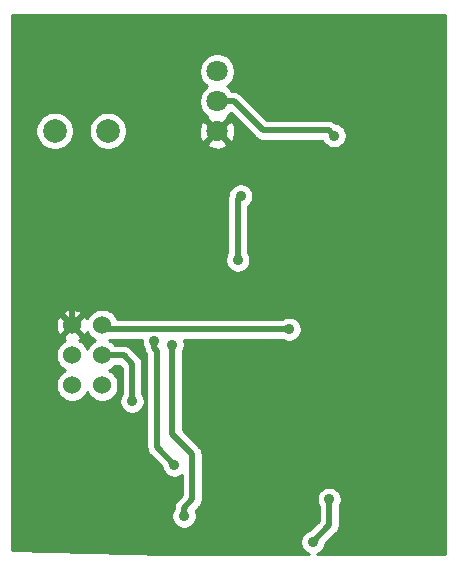
<source format=gbr>
G04 #@! TF.GenerationSoftware,KiCad,Pcbnew,5.1.5-52549c5~86~ubuntu18.04.1*
G04 #@! TF.CreationDate,2020-08-22T22:53:15-07:00*
G04 #@! TF.ProjectId,heat2sound_tx_rev01,68656174-3273-46f7-956e-645f74785f72,rev?*
G04 #@! TF.SameCoordinates,Original*
G04 #@! TF.FileFunction,Copper,L2,Bot*
G04 #@! TF.FilePolarity,Positive*
%FSLAX46Y46*%
G04 Gerber Fmt 4.6, Leading zero omitted, Abs format (unit mm)*
G04 Created by KiCad (PCBNEW 5.1.5-52549c5~86~ubuntu18.04.1) date 2020-08-22 22:53:15*
%MOMM*%
%LPD*%
G04 APERTURE LIST*
%ADD10C,1.800000*%
%ADD11C,1.998980*%
%ADD12C,1.524000*%
%ADD13C,0.889000*%
%ADD14C,0.508000*%
%ADD15C,0.254000*%
G04 APERTURE END LIST*
D10*
X170000000Y-108540000D03*
X170000000Y-106000000D03*
X170000000Y-103460000D03*
D11*
X156249880Y-108500000D03*
X160750760Y-108500000D03*
D12*
X157730000Y-130040000D03*
X157730000Y-127500000D03*
X157730000Y-124960000D03*
X160270000Y-124960000D03*
X160270000Y-127500000D03*
X160270000Y-130040000D03*
D13*
X176200000Y-133700000D03*
X173400000Y-119500000D03*
X176400000Y-119500000D03*
X173400000Y-116100000D03*
X168700000Y-117300000D03*
X176400000Y-114500000D03*
X167100000Y-109500000D03*
X171300000Y-135100000D03*
X186200000Y-141000000D03*
X176300000Y-139800000D03*
X182300000Y-139600000D03*
X179500000Y-139700000D03*
X178100000Y-143300000D03*
X164700000Y-126300000D03*
X166400000Y-136800000D03*
X176100000Y-125300000D03*
X162800000Y-131400000D03*
X179900000Y-108900000D03*
X171750000Y-119450000D03*
X172000000Y-114000000D03*
X166200000Y-126600000D03*
X167200000Y-141100000D03*
D14*
X157730000Y-124960000D02*
X157730000Y-122730000D01*
X179500000Y-139700000D02*
X179500000Y-141900000D01*
X179500000Y-141900000D02*
X178100000Y-143300000D01*
X164700000Y-126928617D02*
X164900000Y-127128617D01*
X164700000Y-126300000D02*
X164700000Y-126928617D01*
X164900000Y-127128617D02*
X164900000Y-135300000D01*
X164900000Y-135300000D02*
X166400000Y-136800000D01*
X160610000Y-125300000D02*
X160270000Y-124960000D01*
X176100000Y-125300000D02*
X160610000Y-125300000D01*
X162100000Y-127500000D02*
X160270000Y-127500000D01*
X162800000Y-131400000D02*
X162800000Y-128200000D01*
X162800000Y-128200000D02*
X162100000Y-127500000D01*
X179455501Y-108455501D02*
X173855501Y-108455501D01*
X179900000Y-108900000D02*
X179455501Y-108455501D01*
X171400000Y-106000000D02*
X170000000Y-106000000D01*
X173855501Y-108455501D02*
X171400000Y-106000000D01*
X171750000Y-119450000D02*
X171750000Y-114250000D01*
X171750000Y-114250000D02*
X172000000Y-114000000D01*
X166200000Y-126600000D02*
X166200000Y-134200000D01*
X166200000Y-134200000D02*
X167300000Y-135300000D01*
X167300000Y-135300000D02*
X167900000Y-135900000D01*
X167900000Y-135900000D02*
X167900000Y-139700000D01*
X167900000Y-139700000D02*
X167200000Y-140400000D01*
X167200000Y-140400000D02*
X167200000Y-141100000D01*
D15*
G36*
X189323471Y-144323470D02*
G01*
X178429090Y-144323470D01*
X178607546Y-144249551D01*
X178783042Y-144132289D01*
X178932289Y-143983042D01*
X179049551Y-143807546D01*
X179130323Y-143612545D01*
X179154395Y-143491526D01*
X180092361Y-142553561D01*
X180125975Y-142525975D01*
X180180137Y-142459978D01*
X180236068Y-142391826D01*
X180317875Y-142238775D01*
X180320992Y-142228500D01*
X180368252Y-142072706D01*
X180381000Y-141943273D01*
X180381000Y-141943270D01*
X180385262Y-141900000D01*
X180381000Y-141856730D01*
X180381000Y-140310140D01*
X180449551Y-140207546D01*
X180530323Y-140012545D01*
X180571500Y-139805534D01*
X180571500Y-139594466D01*
X180530323Y-139387455D01*
X180449551Y-139192454D01*
X180332289Y-139016958D01*
X180183042Y-138867711D01*
X180007546Y-138750449D01*
X179812545Y-138669677D01*
X179605534Y-138628500D01*
X179394466Y-138628500D01*
X179187455Y-138669677D01*
X178992454Y-138750449D01*
X178816958Y-138867711D01*
X178667711Y-139016958D01*
X178550449Y-139192454D01*
X178469677Y-139387455D01*
X178428500Y-139594466D01*
X178428500Y-139805534D01*
X178469677Y-140012545D01*
X178550449Y-140207546D01*
X178619000Y-140310141D01*
X178619001Y-141535077D01*
X177908474Y-142245605D01*
X177787455Y-142269677D01*
X177592454Y-142350449D01*
X177416958Y-142467711D01*
X177267711Y-142616958D01*
X177150449Y-142792454D01*
X177069677Y-142987455D01*
X177028500Y-143194466D01*
X177028500Y-143405534D01*
X177069677Y-143612545D01*
X177150449Y-143807546D01*
X177267711Y-143983042D01*
X177416958Y-144132289D01*
X177592454Y-144249551D01*
X177770910Y-144323470D01*
X165639059Y-144323470D01*
X152676530Y-144031081D01*
X152676530Y-127363195D01*
X156341000Y-127363195D01*
X156341000Y-127636805D01*
X156394378Y-127905156D01*
X156499084Y-128157938D01*
X156651093Y-128385436D01*
X156844564Y-128578907D01*
X157072062Y-128730916D01*
X157166419Y-128770000D01*
X157072062Y-128809084D01*
X156844564Y-128961093D01*
X156651093Y-129154564D01*
X156499084Y-129382062D01*
X156394378Y-129634844D01*
X156341000Y-129903195D01*
X156341000Y-130176805D01*
X156394378Y-130445156D01*
X156499084Y-130697938D01*
X156651093Y-130925436D01*
X156844564Y-131118907D01*
X157072062Y-131270916D01*
X157324844Y-131375622D01*
X157593195Y-131429000D01*
X157866805Y-131429000D01*
X158135156Y-131375622D01*
X158387938Y-131270916D01*
X158615436Y-131118907D01*
X158808907Y-130925436D01*
X158960916Y-130697938D01*
X159000000Y-130603581D01*
X159039084Y-130697938D01*
X159191093Y-130925436D01*
X159384564Y-131118907D01*
X159612062Y-131270916D01*
X159864844Y-131375622D01*
X160133195Y-131429000D01*
X160406805Y-131429000D01*
X160675156Y-131375622D01*
X160927938Y-131270916D01*
X161155436Y-131118907D01*
X161348907Y-130925436D01*
X161500916Y-130697938D01*
X161605622Y-130445156D01*
X161659000Y-130176805D01*
X161659000Y-129903195D01*
X161605622Y-129634844D01*
X161500916Y-129382062D01*
X161348907Y-129154564D01*
X161155436Y-128961093D01*
X160927938Y-128809084D01*
X160833581Y-128770000D01*
X160927938Y-128730916D01*
X161155436Y-128578907D01*
X161348907Y-128385436D01*
X161351871Y-128381000D01*
X161735079Y-128381000D01*
X161919001Y-128564922D01*
X161919000Y-130789859D01*
X161850449Y-130892454D01*
X161769677Y-131087455D01*
X161728500Y-131294466D01*
X161728500Y-131505534D01*
X161769677Y-131712545D01*
X161850449Y-131907546D01*
X161967711Y-132083042D01*
X162116958Y-132232289D01*
X162292454Y-132349551D01*
X162487455Y-132430323D01*
X162694466Y-132471500D01*
X162905534Y-132471500D01*
X163112545Y-132430323D01*
X163307546Y-132349551D01*
X163483042Y-132232289D01*
X163632289Y-132083042D01*
X163749551Y-131907546D01*
X163830323Y-131712545D01*
X163871500Y-131505534D01*
X163871500Y-131294466D01*
X163830323Y-131087455D01*
X163749551Y-130892454D01*
X163681000Y-130789860D01*
X163681000Y-128243262D01*
X163685261Y-128199999D01*
X163681000Y-128156736D01*
X163681000Y-128156727D01*
X163668252Y-128027294D01*
X163617875Y-127861225D01*
X163556549Y-127746492D01*
X163536068Y-127708174D01*
X163453559Y-127607637D01*
X163425975Y-127574025D01*
X163392360Y-127546438D01*
X162753565Y-126907644D01*
X162725975Y-126874025D01*
X162591825Y-126763932D01*
X162438775Y-126682125D01*
X162272706Y-126631748D01*
X162143273Y-126619000D01*
X162143270Y-126619000D01*
X162100000Y-126614738D01*
X162056730Y-126619000D01*
X161351871Y-126619000D01*
X161348907Y-126614564D01*
X161155436Y-126421093D01*
X160927938Y-126269084D01*
X160833581Y-126230000D01*
X160927938Y-126190916D01*
X160942778Y-126181000D01*
X163631179Y-126181000D01*
X163628500Y-126194466D01*
X163628500Y-126405534D01*
X163669677Y-126612545D01*
X163750449Y-126807546D01*
X163816872Y-126906955D01*
X163814738Y-126928617D01*
X163819000Y-126971887D01*
X163819000Y-126971890D01*
X163831748Y-127101323D01*
X163864578Y-127209545D01*
X163882125Y-127267391D01*
X163963932Y-127420442D01*
X163973655Y-127432289D01*
X164019000Y-127487542D01*
X164019001Y-135256720D01*
X164014738Y-135300000D01*
X164031749Y-135472705D01*
X164082125Y-135638774D01*
X164163932Y-135791825D01*
X164212044Y-135850449D01*
X164274026Y-135925975D01*
X164307638Y-135953559D01*
X165345605Y-136991527D01*
X165369677Y-137112545D01*
X165450449Y-137307546D01*
X165567711Y-137483042D01*
X165716958Y-137632289D01*
X165892454Y-137749551D01*
X166087455Y-137830323D01*
X166294466Y-137871500D01*
X166505534Y-137871500D01*
X166712545Y-137830323D01*
X166907546Y-137749551D01*
X167019000Y-137675080D01*
X167019001Y-139335077D01*
X166607644Y-139746435D01*
X166574025Y-139774025D01*
X166501021Y-139862983D01*
X166463932Y-139908175D01*
X166399617Y-140028500D01*
X166382125Y-140061226D01*
X166331748Y-140227295D01*
X166322029Y-140325975D01*
X166314738Y-140400000D01*
X166319000Y-140443270D01*
X166319000Y-140489860D01*
X166250449Y-140592454D01*
X166169677Y-140787455D01*
X166128500Y-140994466D01*
X166128500Y-141205534D01*
X166169677Y-141412545D01*
X166250449Y-141607546D01*
X166367711Y-141783042D01*
X166516958Y-141932289D01*
X166692454Y-142049551D01*
X166887455Y-142130323D01*
X167094466Y-142171500D01*
X167305534Y-142171500D01*
X167512545Y-142130323D01*
X167707546Y-142049551D01*
X167883042Y-141932289D01*
X168032289Y-141783042D01*
X168149551Y-141607546D01*
X168230323Y-141412545D01*
X168271500Y-141205534D01*
X168271500Y-140994466D01*
X168230323Y-140787455D01*
X168179987Y-140665934D01*
X168492360Y-140353562D01*
X168525975Y-140325975D01*
X168606960Y-140227294D01*
X168636068Y-140191826D01*
X168679794Y-140110019D01*
X168717875Y-140038775D01*
X168768252Y-139872706D01*
X168781000Y-139743273D01*
X168781000Y-139743264D01*
X168785261Y-139700001D01*
X168781000Y-139656738D01*
X168781000Y-135943269D01*
X168785262Y-135899999D01*
X168781000Y-135856727D01*
X168768252Y-135727294D01*
X168717875Y-135561225D01*
X168636069Y-135408176D01*
X168636068Y-135408174D01*
X168553559Y-135307637D01*
X168525975Y-135274025D01*
X168492361Y-135246440D01*
X167953563Y-134707642D01*
X167953559Y-134707637D01*
X167081000Y-133835079D01*
X167081000Y-127210140D01*
X167149551Y-127107546D01*
X167230323Y-126912545D01*
X167271500Y-126705534D01*
X167271500Y-126494466D01*
X167230323Y-126287455D01*
X167186228Y-126181000D01*
X175489860Y-126181000D01*
X175592454Y-126249551D01*
X175787455Y-126330323D01*
X175994466Y-126371500D01*
X176205534Y-126371500D01*
X176412545Y-126330323D01*
X176607546Y-126249551D01*
X176783042Y-126132289D01*
X176932289Y-125983042D01*
X177049551Y-125807546D01*
X177130323Y-125612545D01*
X177171500Y-125405534D01*
X177171500Y-125194466D01*
X177130323Y-124987455D01*
X177049551Y-124792454D01*
X176932289Y-124616958D01*
X176783042Y-124467711D01*
X176607546Y-124350449D01*
X176412545Y-124269677D01*
X176205534Y-124228500D01*
X175994466Y-124228500D01*
X175787455Y-124269677D01*
X175592454Y-124350449D01*
X175489860Y-124419000D01*
X161549353Y-124419000D01*
X161500916Y-124302062D01*
X161348907Y-124074564D01*
X161155436Y-123881093D01*
X160927938Y-123729084D01*
X160675156Y-123624378D01*
X160406805Y-123571000D01*
X160133195Y-123571000D01*
X159864844Y-123624378D01*
X159612062Y-123729084D01*
X159384564Y-123881093D01*
X159191093Y-124074564D01*
X159039084Y-124302062D01*
X159006336Y-124381122D01*
X158997636Y-124356977D01*
X158935656Y-124241020D01*
X158695565Y-124174040D01*
X157909605Y-124960000D01*
X158695565Y-125745960D01*
X158935656Y-125678980D01*
X159004088Y-125533451D01*
X159039084Y-125617938D01*
X159191093Y-125845436D01*
X159384564Y-126038907D01*
X159612062Y-126190916D01*
X159706419Y-126230000D01*
X159612062Y-126269084D01*
X159384564Y-126421093D01*
X159191093Y-126614564D01*
X159039084Y-126842062D01*
X159000000Y-126936419D01*
X158960916Y-126842062D01*
X158808907Y-126614564D01*
X158615436Y-126421093D01*
X158387938Y-126269084D01*
X158308878Y-126236336D01*
X158333023Y-126227636D01*
X158448980Y-126165656D01*
X158515960Y-125925565D01*
X157730000Y-125139605D01*
X156944040Y-125925565D01*
X157011020Y-126165656D01*
X157156549Y-126234088D01*
X157072062Y-126269084D01*
X156844564Y-126421093D01*
X156651093Y-126614564D01*
X156499084Y-126842062D01*
X156394378Y-127094844D01*
X156341000Y-127363195D01*
X152676530Y-127363195D01*
X152676530Y-125032017D01*
X156328090Y-125032017D01*
X156369078Y-125304133D01*
X156462364Y-125563023D01*
X156524344Y-125678980D01*
X156764435Y-125745960D01*
X157550395Y-124960000D01*
X156764435Y-124174040D01*
X156524344Y-124241020D01*
X156407244Y-124490048D01*
X156340977Y-124757135D01*
X156328090Y-125032017D01*
X152676530Y-125032017D01*
X152676530Y-123994435D01*
X156944040Y-123994435D01*
X157730000Y-124780395D01*
X158515960Y-123994435D01*
X158448980Y-123754344D01*
X158199952Y-123637244D01*
X157932865Y-123570977D01*
X157657983Y-123558090D01*
X157385867Y-123599078D01*
X157126977Y-123692364D01*
X157011020Y-123754344D01*
X156944040Y-123994435D01*
X152676530Y-123994435D01*
X152676530Y-119344466D01*
X170678500Y-119344466D01*
X170678500Y-119555534D01*
X170719677Y-119762545D01*
X170800449Y-119957546D01*
X170917711Y-120133042D01*
X171066958Y-120282289D01*
X171242454Y-120399551D01*
X171437455Y-120480323D01*
X171644466Y-120521500D01*
X171855534Y-120521500D01*
X172062545Y-120480323D01*
X172257546Y-120399551D01*
X172433042Y-120282289D01*
X172582289Y-120133042D01*
X172699551Y-119957546D01*
X172780323Y-119762545D01*
X172821500Y-119555534D01*
X172821500Y-119344466D01*
X172780323Y-119137455D01*
X172699551Y-118942454D01*
X172631000Y-118839860D01*
X172631000Y-114867062D01*
X172683042Y-114832289D01*
X172832289Y-114683042D01*
X172949551Y-114507546D01*
X173030323Y-114312545D01*
X173071500Y-114105534D01*
X173071500Y-113894466D01*
X173030323Y-113687455D01*
X172949551Y-113492454D01*
X172832289Y-113316958D01*
X172683042Y-113167711D01*
X172507546Y-113050449D01*
X172312545Y-112969677D01*
X172105534Y-112928500D01*
X171894466Y-112928500D01*
X171687455Y-112969677D01*
X171492454Y-113050449D01*
X171316958Y-113167711D01*
X171167711Y-113316958D01*
X171050449Y-113492454D01*
X170969677Y-113687455D01*
X170928500Y-113894466D01*
X170928500Y-113923176D01*
X170881749Y-114077295D01*
X170864738Y-114250000D01*
X170869001Y-114293280D01*
X170869000Y-118839859D01*
X170800449Y-118942454D01*
X170719677Y-119137455D01*
X170678500Y-119344466D01*
X152676530Y-119344466D01*
X152676530Y-108339805D01*
X154623390Y-108339805D01*
X154623390Y-108660195D01*
X154685895Y-108974430D01*
X154808503Y-109270432D01*
X154986503Y-109536827D01*
X155213053Y-109763377D01*
X155479448Y-109941377D01*
X155775450Y-110063985D01*
X156089685Y-110126490D01*
X156410075Y-110126490D01*
X156724310Y-110063985D01*
X157020312Y-109941377D01*
X157286707Y-109763377D01*
X157513257Y-109536827D01*
X157691257Y-109270432D01*
X157813865Y-108974430D01*
X157876370Y-108660195D01*
X157876370Y-108339805D01*
X159124270Y-108339805D01*
X159124270Y-108660195D01*
X159186775Y-108974430D01*
X159309383Y-109270432D01*
X159487383Y-109536827D01*
X159713933Y-109763377D01*
X159980328Y-109941377D01*
X160276330Y-110063985D01*
X160590565Y-110126490D01*
X160910955Y-110126490D01*
X161225190Y-110063985D01*
X161521192Y-109941377D01*
X161787587Y-109763377D01*
X161946884Y-109604080D01*
X169115525Y-109604080D01*
X169199208Y-109858261D01*
X169471775Y-109989158D01*
X169764642Y-110064365D01*
X170066553Y-110080991D01*
X170365907Y-110038397D01*
X170651199Y-109938222D01*
X170800792Y-109858261D01*
X170884475Y-109604080D01*
X170000000Y-108719605D01*
X169115525Y-109604080D01*
X161946884Y-109604080D01*
X162014137Y-109536827D01*
X162192137Y-109270432D01*
X162314745Y-108974430D01*
X162377250Y-108660195D01*
X162377250Y-108606553D01*
X168459009Y-108606553D01*
X168501603Y-108905907D01*
X168601778Y-109191199D01*
X168681739Y-109340792D01*
X168935920Y-109424475D01*
X169820395Y-108540000D01*
X170179605Y-108540000D01*
X171064080Y-109424475D01*
X171318261Y-109340792D01*
X171449158Y-109068225D01*
X171524365Y-108775358D01*
X171540991Y-108473447D01*
X171498397Y-108174093D01*
X171398222Y-107888801D01*
X171318261Y-107739208D01*
X171064080Y-107655525D01*
X170179605Y-108540000D01*
X169820395Y-108540000D01*
X168935920Y-107655525D01*
X168681739Y-107739208D01*
X168550842Y-108011775D01*
X168475635Y-108304642D01*
X168459009Y-108606553D01*
X162377250Y-108606553D01*
X162377250Y-108339805D01*
X162314745Y-108025570D01*
X162192137Y-107729568D01*
X162014137Y-107463173D01*
X161787587Y-107236623D01*
X161521192Y-107058623D01*
X161225190Y-106936015D01*
X160910955Y-106873510D01*
X160590565Y-106873510D01*
X160276330Y-106936015D01*
X159980328Y-107058623D01*
X159713933Y-107236623D01*
X159487383Y-107463173D01*
X159309383Y-107729568D01*
X159186775Y-108025570D01*
X159124270Y-108339805D01*
X157876370Y-108339805D01*
X157813865Y-108025570D01*
X157691257Y-107729568D01*
X157513257Y-107463173D01*
X157286707Y-107236623D01*
X157020312Y-107058623D01*
X156724310Y-106936015D01*
X156410075Y-106873510D01*
X156089685Y-106873510D01*
X155775450Y-106936015D01*
X155479448Y-107058623D01*
X155213053Y-107236623D01*
X154986503Y-107463173D01*
X154808503Y-107729568D01*
X154685895Y-108025570D01*
X154623390Y-108339805D01*
X152676530Y-108339805D01*
X152676530Y-103309604D01*
X168473000Y-103309604D01*
X168473000Y-103610396D01*
X168531681Y-103905410D01*
X168646790Y-104183306D01*
X168813901Y-104433406D01*
X169026594Y-104646099D01*
X169152161Y-104730000D01*
X169026594Y-104813901D01*
X168813901Y-105026594D01*
X168646790Y-105276694D01*
X168531681Y-105554590D01*
X168473000Y-105849604D01*
X168473000Y-106150396D01*
X168531681Y-106445410D01*
X168646790Y-106723306D01*
X168813901Y-106973406D01*
X169026594Y-107186099D01*
X169177701Y-107287065D01*
X169115525Y-107475920D01*
X170000000Y-108360395D01*
X170884475Y-107475920D01*
X170822299Y-107287065D01*
X170973406Y-107186099D01*
X171156792Y-107002713D01*
X173201940Y-109047862D01*
X173229526Y-109081476D01*
X173263138Y-109109060D01*
X173363675Y-109191569D01*
X173402919Y-109212545D01*
X173516726Y-109273376D01*
X173682795Y-109323753D01*
X173812228Y-109336501D01*
X173812231Y-109336501D01*
X173855501Y-109340763D01*
X173898771Y-109336501D01*
X178921021Y-109336501D01*
X178950449Y-109407546D01*
X179067711Y-109583042D01*
X179216958Y-109732289D01*
X179392454Y-109849551D01*
X179587455Y-109930323D01*
X179794466Y-109971500D01*
X180005534Y-109971500D01*
X180212545Y-109930323D01*
X180407546Y-109849551D01*
X180583042Y-109732289D01*
X180732289Y-109583042D01*
X180849551Y-109407546D01*
X180930323Y-109212545D01*
X180971500Y-109005534D01*
X180971500Y-108794466D01*
X180930323Y-108587455D01*
X180849551Y-108392454D01*
X180732289Y-108216958D01*
X180583042Y-108067711D01*
X180407546Y-107950449D01*
X180212545Y-107869677D01*
X180095285Y-107846353D01*
X180081476Y-107829526D01*
X179947326Y-107719433D01*
X179794276Y-107637626D01*
X179628207Y-107587249D01*
X179498774Y-107574501D01*
X179498771Y-107574501D01*
X179455501Y-107570239D01*
X179412231Y-107574501D01*
X174220423Y-107574501D01*
X172053566Y-105407645D01*
X172025975Y-105374025D01*
X171891825Y-105263932D01*
X171738775Y-105182125D01*
X171572706Y-105131748D01*
X171443273Y-105119000D01*
X171443270Y-105119000D01*
X171400000Y-105114738D01*
X171356730Y-105119000D01*
X171247843Y-105119000D01*
X171186099Y-105026594D01*
X170973406Y-104813901D01*
X170847839Y-104730000D01*
X170973406Y-104646099D01*
X171186099Y-104433406D01*
X171353210Y-104183306D01*
X171468319Y-103905410D01*
X171527000Y-103610396D01*
X171527000Y-103309604D01*
X171468319Y-103014590D01*
X171353210Y-102736694D01*
X171186099Y-102486594D01*
X170973406Y-102273901D01*
X170723306Y-102106790D01*
X170445410Y-101991681D01*
X170150396Y-101933000D01*
X169849604Y-101933000D01*
X169554590Y-101991681D01*
X169276694Y-102106790D01*
X169026594Y-102273901D01*
X168813901Y-102486594D01*
X168646790Y-102736694D01*
X168531681Y-103014590D01*
X168473000Y-103309604D01*
X152676530Y-103309604D01*
X152676530Y-98676530D01*
X189323470Y-98676530D01*
X189323471Y-144323470D01*
G37*
X189323471Y-144323470D02*
X178429090Y-144323470D01*
X178607546Y-144249551D01*
X178783042Y-144132289D01*
X178932289Y-143983042D01*
X179049551Y-143807546D01*
X179130323Y-143612545D01*
X179154395Y-143491526D01*
X180092361Y-142553561D01*
X180125975Y-142525975D01*
X180180137Y-142459978D01*
X180236068Y-142391826D01*
X180317875Y-142238775D01*
X180320992Y-142228500D01*
X180368252Y-142072706D01*
X180381000Y-141943273D01*
X180381000Y-141943270D01*
X180385262Y-141900000D01*
X180381000Y-141856730D01*
X180381000Y-140310140D01*
X180449551Y-140207546D01*
X180530323Y-140012545D01*
X180571500Y-139805534D01*
X180571500Y-139594466D01*
X180530323Y-139387455D01*
X180449551Y-139192454D01*
X180332289Y-139016958D01*
X180183042Y-138867711D01*
X180007546Y-138750449D01*
X179812545Y-138669677D01*
X179605534Y-138628500D01*
X179394466Y-138628500D01*
X179187455Y-138669677D01*
X178992454Y-138750449D01*
X178816958Y-138867711D01*
X178667711Y-139016958D01*
X178550449Y-139192454D01*
X178469677Y-139387455D01*
X178428500Y-139594466D01*
X178428500Y-139805534D01*
X178469677Y-140012545D01*
X178550449Y-140207546D01*
X178619000Y-140310141D01*
X178619001Y-141535077D01*
X177908474Y-142245605D01*
X177787455Y-142269677D01*
X177592454Y-142350449D01*
X177416958Y-142467711D01*
X177267711Y-142616958D01*
X177150449Y-142792454D01*
X177069677Y-142987455D01*
X177028500Y-143194466D01*
X177028500Y-143405534D01*
X177069677Y-143612545D01*
X177150449Y-143807546D01*
X177267711Y-143983042D01*
X177416958Y-144132289D01*
X177592454Y-144249551D01*
X177770910Y-144323470D01*
X165639059Y-144323470D01*
X152676530Y-144031081D01*
X152676530Y-127363195D01*
X156341000Y-127363195D01*
X156341000Y-127636805D01*
X156394378Y-127905156D01*
X156499084Y-128157938D01*
X156651093Y-128385436D01*
X156844564Y-128578907D01*
X157072062Y-128730916D01*
X157166419Y-128770000D01*
X157072062Y-128809084D01*
X156844564Y-128961093D01*
X156651093Y-129154564D01*
X156499084Y-129382062D01*
X156394378Y-129634844D01*
X156341000Y-129903195D01*
X156341000Y-130176805D01*
X156394378Y-130445156D01*
X156499084Y-130697938D01*
X156651093Y-130925436D01*
X156844564Y-131118907D01*
X157072062Y-131270916D01*
X157324844Y-131375622D01*
X157593195Y-131429000D01*
X157866805Y-131429000D01*
X158135156Y-131375622D01*
X158387938Y-131270916D01*
X158615436Y-131118907D01*
X158808907Y-130925436D01*
X158960916Y-130697938D01*
X159000000Y-130603581D01*
X159039084Y-130697938D01*
X159191093Y-130925436D01*
X159384564Y-131118907D01*
X159612062Y-131270916D01*
X159864844Y-131375622D01*
X160133195Y-131429000D01*
X160406805Y-131429000D01*
X160675156Y-131375622D01*
X160927938Y-131270916D01*
X161155436Y-131118907D01*
X161348907Y-130925436D01*
X161500916Y-130697938D01*
X161605622Y-130445156D01*
X161659000Y-130176805D01*
X161659000Y-129903195D01*
X161605622Y-129634844D01*
X161500916Y-129382062D01*
X161348907Y-129154564D01*
X161155436Y-128961093D01*
X160927938Y-128809084D01*
X160833581Y-128770000D01*
X160927938Y-128730916D01*
X161155436Y-128578907D01*
X161348907Y-128385436D01*
X161351871Y-128381000D01*
X161735079Y-128381000D01*
X161919001Y-128564922D01*
X161919000Y-130789859D01*
X161850449Y-130892454D01*
X161769677Y-131087455D01*
X161728500Y-131294466D01*
X161728500Y-131505534D01*
X161769677Y-131712545D01*
X161850449Y-131907546D01*
X161967711Y-132083042D01*
X162116958Y-132232289D01*
X162292454Y-132349551D01*
X162487455Y-132430323D01*
X162694466Y-132471500D01*
X162905534Y-132471500D01*
X163112545Y-132430323D01*
X163307546Y-132349551D01*
X163483042Y-132232289D01*
X163632289Y-132083042D01*
X163749551Y-131907546D01*
X163830323Y-131712545D01*
X163871500Y-131505534D01*
X163871500Y-131294466D01*
X163830323Y-131087455D01*
X163749551Y-130892454D01*
X163681000Y-130789860D01*
X163681000Y-128243262D01*
X163685261Y-128199999D01*
X163681000Y-128156736D01*
X163681000Y-128156727D01*
X163668252Y-128027294D01*
X163617875Y-127861225D01*
X163556549Y-127746492D01*
X163536068Y-127708174D01*
X163453559Y-127607637D01*
X163425975Y-127574025D01*
X163392360Y-127546438D01*
X162753565Y-126907644D01*
X162725975Y-126874025D01*
X162591825Y-126763932D01*
X162438775Y-126682125D01*
X162272706Y-126631748D01*
X162143273Y-126619000D01*
X162143270Y-126619000D01*
X162100000Y-126614738D01*
X162056730Y-126619000D01*
X161351871Y-126619000D01*
X161348907Y-126614564D01*
X161155436Y-126421093D01*
X160927938Y-126269084D01*
X160833581Y-126230000D01*
X160927938Y-126190916D01*
X160942778Y-126181000D01*
X163631179Y-126181000D01*
X163628500Y-126194466D01*
X163628500Y-126405534D01*
X163669677Y-126612545D01*
X163750449Y-126807546D01*
X163816872Y-126906955D01*
X163814738Y-126928617D01*
X163819000Y-126971887D01*
X163819000Y-126971890D01*
X163831748Y-127101323D01*
X163864578Y-127209545D01*
X163882125Y-127267391D01*
X163963932Y-127420442D01*
X163973655Y-127432289D01*
X164019000Y-127487542D01*
X164019001Y-135256720D01*
X164014738Y-135300000D01*
X164031749Y-135472705D01*
X164082125Y-135638774D01*
X164163932Y-135791825D01*
X164212044Y-135850449D01*
X164274026Y-135925975D01*
X164307638Y-135953559D01*
X165345605Y-136991527D01*
X165369677Y-137112545D01*
X165450449Y-137307546D01*
X165567711Y-137483042D01*
X165716958Y-137632289D01*
X165892454Y-137749551D01*
X166087455Y-137830323D01*
X166294466Y-137871500D01*
X166505534Y-137871500D01*
X166712545Y-137830323D01*
X166907546Y-137749551D01*
X167019000Y-137675080D01*
X167019001Y-139335077D01*
X166607644Y-139746435D01*
X166574025Y-139774025D01*
X166501021Y-139862983D01*
X166463932Y-139908175D01*
X166399617Y-140028500D01*
X166382125Y-140061226D01*
X166331748Y-140227295D01*
X166322029Y-140325975D01*
X166314738Y-140400000D01*
X166319000Y-140443270D01*
X166319000Y-140489860D01*
X166250449Y-140592454D01*
X166169677Y-140787455D01*
X166128500Y-140994466D01*
X166128500Y-141205534D01*
X166169677Y-141412545D01*
X166250449Y-141607546D01*
X166367711Y-141783042D01*
X166516958Y-141932289D01*
X166692454Y-142049551D01*
X166887455Y-142130323D01*
X167094466Y-142171500D01*
X167305534Y-142171500D01*
X167512545Y-142130323D01*
X167707546Y-142049551D01*
X167883042Y-141932289D01*
X168032289Y-141783042D01*
X168149551Y-141607546D01*
X168230323Y-141412545D01*
X168271500Y-141205534D01*
X168271500Y-140994466D01*
X168230323Y-140787455D01*
X168179987Y-140665934D01*
X168492360Y-140353562D01*
X168525975Y-140325975D01*
X168606960Y-140227294D01*
X168636068Y-140191826D01*
X168679794Y-140110019D01*
X168717875Y-140038775D01*
X168768252Y-139872706D01*
X168781000Y-139743273D01*
X168781000Y-139743264D01*
X168785261Y-139700001D01*
X168781000Y-139656738D01*
X168781000Y-135943269D01*
X168785262Y-135899999D01*
X168781000Y-135856727D01*
X168768252Y-135727294D01*
X168717875Y-135561225D01*
X168636069Y-135408176D01*
X168636068Y-135408174D01*
X168553559Y-135307637D01*
X168525975Y-135274025D01*
X168492361Y-135246440D01*
X167953563Y-134707642D01*
X167953559Y-134707637D01*
X167081000Y-133835079D01*
X167081000Y-127210140D01*
X167149551Y-127107546D01*
X167230323Y-126912545D01*
X167271500Y-126705534D01*
X167271500Y-126494466D01*
X167230323Y-126287455D01*
X167186228Y-126181000D01*
X175489860Y-126181000D01*
X175592454Y-126249551D01*
X175787455Y-126330323D01*
X175994466Y-126371500D01*
X176205534Y-126371500D01*
X176412545Y-126330323D01*
X176607546Y-126249551D01*
X176783042Y-126132289D01*
X176932289Y-125983042D01*
X177049551Y-125807546D01*
X177130323Y-125612545D01*
X177171500Y-125405534D01*
X177171500Y-125194466D01*
X177130323Y-124987455D01*
X177049551Y-124792454D01*
X176932289Y-124616958D01*
X176783042Y-124467711D01*
X176607546Y-124350449D01*
X176412545Y-124269677D01*
X176205534Y-124228500D01*
X175994466Y-124228500D01*
X175787455Y-124269677D01*
X175592454Y-124350449D01*
X175489860Y-124419000D01*
X161549353Y-124419000D01*
X161500916Y-124302062D01*
X161348907Y-124074564D01*
X161155436Y-123881093D01*
X160927938Y-123729084D01*
X160675156Y-123624378D01*
X160406805Y-123571000D01*
X160133195Y-123571000D01*
X159864844Y-123624378D01*
X159612062Y-123729084D01*
X159384564Y-123881093D01*
X159191093Y-124074564D01*
X159039084Y-124302062D01*
X159006336Y-124381122D01*
X158997636Y-124356977D01*
X158935656Y-124241020D01*
X158695565Y-124174040D01*
X157909605Y-124960000D01*
X158695565Y-125745960D01*
X158935656Y-125678980D01*
X159004088Y-125533451D01*
X159039084Y-125617938D01*
X159191093Y-125845436D01*
X159384564Y-126038907D01*
X159612062Y-126190916D01*
X159706419Y-126230000D01*
X159612062Y-126269084D01*
X159384564Y-126421093D01*
X159191093Y-126614564D01*
X159039084Y-126842062D01*
X159000000Y-126936419D01*
X158960916Y-126842062D01*
X158808907Y-126614564D01*
X158615436Y-126421093D01*
X158387938Y-126269084D01*
X158308878Y-126236336D01*
X158333023Y-126227636D01*
X158448980Y-126165656D01*
X158515960Y-125925565D01*
X157730000Y-125139605D01*
X156944040Y-125925565D01*
X157011020Y-126165656D01*
X157156549Y-126234088D01*
X157072062Y-126269084D01*
X156844564Y-126421093D01*
X156651093Y-126614564D01*
X156499084Y-126842062D01*
X156394378Y-127094844D01*
X156341000Y-127363195D01*
X152676530Y-127363195D01*
X152676530Y-125032017D01*
X156328090Y-125032017D01*
X156369078Y-125304133D01*
X156462364Y-125563023D01*
X156524344Y-125678980D01*
X156764435Y-125745960D01*
X157550395Y-124960000D01*
X156764435Y-124174040D01*
X156524344Y-124241020D01*
X156407244Y-124490048D01*
X156340977Y-124757135D01*
X156328090Y-125032017D01*
X152676530Y-125032017D01*
X152676530Y-123994435D01*
X156944040Y-123994435D01*
X157730000Y-124780395D01*
X158515960Y-123994435D01*
X158448980Y-123754344D01*
X158199952Y-123637244D01*
X157932865Y-123570977D01*
X157657983Y-123558090D01*
X157385867Y-123599078D01*
X157126977Y-123692364D01*
X157011020Y-123754344D01*
X156944040Y-123994435D01*
X152676530Y-123994435D01*
X152676530Y-119344466D01*
X170678500Y-119344466D01*
X170678500Y-119555534D01*
X170719677Y-119762545D01*
X170800449Y-119957546D01*
X170917711Y-120133042D01*
X171066958Y-120282289D01*
X171242454Y-120399551D01*
X171437455Y-120480323D01*
X171644466Y-120521500D01*
X171855534Y-120521500D01*
X172062545Y-120480323D01*
X172257546Y-120399551D01*
X172433042Y-120282289D01*
X172582289Y-120133042D01*
X172699551Y-119957546D01*
X172780323Y-119762545D01*
X172821500Y-119555534D01*
X172821500Y-119344466D01*
X172780323Y-119137455D01*
X172699551Y-118942454D01*
X172631000Y-118839860D01*
X172631000Y-114867062D01*
X172683042Y-114832289D01*
X172832289Y-114683042D01*
X172949551Y-114507546D01*
X173030323Y-114312545D01*
X173071500Y-114105534D01*
X173071500Y-113894466D01*
X173030323Y-113687455D01*
X172949551Y-113492454D01*
X172832289Y-113316958D01*
X172683042Y-113167711D01*
X172507546Y-113050449D01*
X172312545Y-112969677D01*
X172105534Y-112928500D01*
X171894466Y-112928500D01*
X171687455Y-112969677D01*
X171492454Y-113050449D01*
X171316958Y-113167711D01*
X171167711Y-113316958D01*
X171050449Y-113492454D01*
X170969677Y-113687455D01*
X170928500Y-113894466D01*
X170928500Y-113923176D01*
X170881749Y-114077295D01*
X170864738Y-114250000D01*
X170869001Y-114293280D01*
X170869000Y-118839859D01*
X170800449Y-118942454D01*
X170719677Y-119137455D01*
X170678500Y-119344466D01*
X152676530Y-119344466D01*
X152676530Y-108339805D01*
X154623390Y-108339805D01*
X154623390Y-108660195D01*
X154685895Y-108974430D01*
X154808503Y-109270432D01*
X154986503Y-109536827D01*
X155213053Y-109763377D01*
X155479448Y-109941377D01*
X155775450Y-110063985D01*
X156089685Y-110126490D01*
X156410075Y-110126490D01*
X156724310Y-110063985D01*
X157020312Y-109941377D01*
X157286707Y-109763377D01*
X157513257Y-109536827D01*
X157691257Y-109270432D01*
X157813865Y-108974430D01*
X157876370Y-108660195D01*
X157876370Y-108339805D01*
X159124270Y-108339805D01*
X159124270Y-108660195D01*
X159186775Y-108974430D01*
X159309383Y-109270432D01*
X159487383Y-109536827D01*
X159713933Y-109763377D01*
X159980328Y-109941377D01*
X160276330Y-110063985D01*
X160590565Y-110126490D01*
X160910955Y-110126490D01*
X161225190Y-110063985D01*
X161521192Y-109941377D01*
X161787587Y-109763377D01*
X161946884Y-109604080D01*
X169115525Y-109604080D01*
X169199208Y-109858261D01*
X169471775Y-109989158D01*
X169764642Y-110064365D01*
X170066553Y-110080991D01*
X170365907Y-110038397D01*
X170651199Y-109938222D01*
X170800792Y-109858261D01*
X170884475Y-109604080D01*
X170000000Y-108719605D01*
X169115525Y-109604080D01*
X161946884Y-109604080D01*
X162014137Y-109536827D01*
X162192137Y-109270432D01*
X162314745Y-108974430D01*
X162377250Y-108660195D01*
X162377250Y-108606553D01*
X168459009Y-108606553D01*
X168501603Y-108905907D01*
X168601778Y-109191199D01*
X168681739Y-109340792D01*
X168935920Y-109424475D01*
X169820395Y-108540000D01*
X170179605Y-108540000D01*
X171064080Y-109424475D01*
X171318261Y-109340792D01*
X171449158Y-109068225D01*
X171524365Y-108775358D01*
X171540991Y-108473447D01*
X171498397Y-108174093D01*
X171398222Y-107888801D01*
X171318261Y-107739208D01*
X171064080Y-107655525D01*
X170179605Y-108540000D01*
X169820395Y-108540000D01*
X168935920Y-107655525D01*
X168681739Y-107739208D01*
X168550842Y-108011775D01*
X168475635Y-108304642D01*
X168459009Y-108606553D01*
X162377250Y-108606553D01*
X162377250Y-108339805D01*
X162314745Y-108025570D01*
X162192137Y-107729568D01*
X162014137Y-107463173D01*
X161787587Y-107236623D01*
X161521192Y-107058623D01*
X161225190Y-106936015D01*
X160910955Y-106873510D01*
X160590565Y-106873510D01*
X160276330Y-106936015D01*
X159980328Y-107058623D01*
X159713933Y-107236623D01*
X159487383Y-107463173D01*
X159309383Y-107729568D01*
X159186775Y-108025570D01*
X159124270Y-108339805D01*
X157876370Y-108339805D01*
X157813865Y-108025570D01*
X157691257Y-107729568D01*
X157513257Y-107463173D01*
X157286707Y-107236623D01*
X157020312Y-107058623D01*
X156724310Y-106936015D01*
X156410075Y-106873510D01*
X156089685Y-106873510D01*
X155775450Y-106936015D01*
X155479448Y-107058623D01*
X155213053Y-107236623D01*
X154986503Y-107463173D01*
X154808503Y-107729568D01*
X154685895Y-108025570D01*
X154623390Y-108339805D01*
X152676530Y-108339805D01*
X152676530Y-103309604D01*
X168473000Y-103309604D01*
X168473000Y-103610396D01*
X168531681Y-103905410D01*
X168646790Y-104183306D01*
X168813901Y-104433406D01*
X169026594Y-104646099D01*
X169152161Y-104730000D01*
X169026594Y-104813901D01*
X168813901Y-105026594D01*
X168646790Y-105276694D01*
X168531681Y-105554590D01*
X168473000Y-105849604D01*
X168473000Y-106150396D01*
X168531681Y-106445410D01*
X168646790Y-106723306D01*
X168813901Y-106973406D01*
X169026594Y-107186099D01*
X169177701Y-107287065D01*
X169115525Y-107475920D01*
X170000000Y-108360395D01*
X170884475Y-107475920D01*
X170822299Y-107287065D01*
X170973406Y-107186099D01*
X171156792Y-107002713D01*
X173201940Y-109047862D01*
X173229526Y-109081476D01*
X173263138Y-109109060D01*
X173363675Y-109191569D01*
X173402919Y-109212545D01*
X173516726Y-109273376D01*
X173682795Y-109323753D01*
X173812228Y-109336501D01*
X173812231Y-109336501D01*
X173855501Y-109340763D01*
X173898771Y-109336501D01*
X178921021Y-109336501D01*
X178950449Y-109407546D01*
X179067711Y-109583042D01*
X179216958Y-109732289D01*
X179392454Y-109849551D01*
X179587455Y-109930323D01*
X179794466Y-109971500D01*
X180005534Y-109971500D01*
X180212545Y-109930323D01*
X180407546Y-109849551D01*
X180583042Y-109732289D01*
X180732289Y-109583042D01*
X180849551Y-109407546D01*
X180930323Y-109212545D01*
X180971500Y-109005534D01*
X180971500Y-108794466D01*
X180930323Y-108587455D01*
X180849551Y-108392454D01*
X180732289Y-108216958D01*
X180583042Y-108067711D01*
X180407546Y-107950449D01*
X180212545Y-107869677D01*
X180095285Y-107846353D01*
X180081476Y-107829526D01*
X179947326Y-107719433D01*
X179794276Y-107637626D01*
X179628207Y-107587249D01*
X179498774Y-107574501D01*
X179498771Y-107574501D01*
X179455501Y-107570239D01*
X179412231Y-107574501D01*
X174220423Y-107574501D01*
X172053566Y-105407645D01*
X172025975Y-105374025D01*
X171891825Y-105263932D01*
X171738775Y-105182125D01*
X171572706Y-105131748D01*
X171443273Y-105119000D01*
X171443270Y-105119000D01*
X171400000Y-105114738D01*
X171356730Y-105119000D01*
X171247843Y-105119000D01*
X171186099Y-105026594D01*
X170973406Y-104813901D01*
X170847839Y-104730000D01*
X170973406Y-104646099D01*
X171186099Y-104433406D01*
X171353210Y-104183306D01*
X171468319Y-103905410D01*
X171527000Y-103610396D01*
X171527000Y-103309604D01*
X171468319Y-103014590D01*
X171353210Y-102736694D01*
X171186099Y-102486594D01*
X170973406Y-102273901D01*
X170723306Y-102106790D01*
X170445410Y-101991681D01*
X170150396Y-101933000D01*
X169849604Y-101933000D01*
X169554590Y-101991681D01*
X169276694Y-102106790D01*
X169026594Y-102273901D01*
X168813901Y-102486594D01*
X168646790Y-102736694D01*
X168531681Y-103014590D01*
X168473000Y-103309604D01*
X152676530Y-103309604D01*
X152676530Y-98676530D01*
X189323470Y-98676530D01*
X189323471Y-144323470D01*
M02*

</source>
